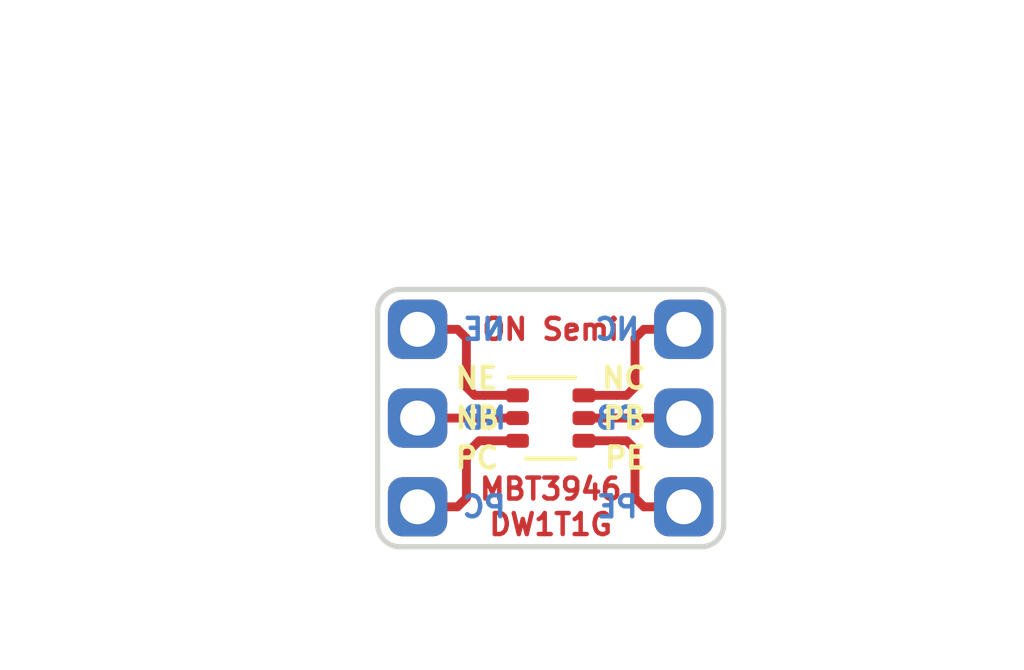
<source format=kicad_pcb>
(kicad_pcb (version 20171130) (host pcbnew "(5.0.2)-1")

  (general
    (thickness 1.6)
    (drawings 36)
    (tracks 28)
    (zones 0)
    (modules 3)
    (nets 7)
  )

  (page A4)
  (layers
    (0 F.Cu signal)
    (31 B.Cu signal)
    (32 B.Adhes user)
    (33 F.Adhes user)
    (34 B.Paste user)
    (35 F.Paste user)
    (36 B.SilkS user)
    (37 F.SilkS user)
    (38 B.Mask user)
    (39 F.Mask user)
    (40 Dwgs.User user)
    (41 Cmts.User user)
    (42 Eco1.User user)
    (43 Eco2.User user)
    (44 Edge.Cuts user)
    (45 Margin user)
    (46 B.CrtYd user)
    (47 F.CrtYd user)
    (48 B.Fab user)
    (49 F.Fab user)
  )

  (setup
    (last_trace_width 0.254)
    (user_trace_width 0.508)
    (user_trace_width 0.762)
    (user_trace_width 1.016)
    (user_trace_width 1.27)
    (user_trace_width 1.524)
    (trace_clearance 0.1524)
    (zone_clearance 0.1524)
    (zone_45_only no)
    (trace_min 0.1524)
    (segment_width 0.2)
    (edge_width 0.15)
    (via_size 0.8)
    (via_drill 0.4)
    (via_min_size 0.4)
    (via_min_drill 0.3)
    (uvia_size 0.3)
    (uvia_drill 0.1)
    (uvias_allowed no)
    (uvia_min_size 0.2)
    (uvia_min_drill 0.1)
    (pcb_text_width 0.3)
    (pcb_text_size 1.5 1.5)
    (mod_edge_width 0.15)
    (mod_text_size 1 1)
    (mod_text_width 0.15)
    (pad_size 1.7 1.7)
    (pad_drill 1)
    (pad_to_mask_clearance 0.0508)
    (aux_axis_origin 0 0)
    (visible_elements 7FFFFFFF)
    (pcbplotparams
      (layerselection 0x010fc_ffffffff)
      (usegerberextensions false)
      (usegerberattributes false)
      (usegerberadvancedattributes false)
      (creategerberjobfile false)
      (excludeedgelayer true)
      (linewidth 0.050000)
      (plotframeref false)
      (viasonmask false)
      (mode 1)
      (useauxorigin false)
      (hpglpennumber 1)
      (hpglpenspeed 20)
      (hpglpendiameter 15.000000)
      (psnegative false)
      (psa4output false)
      (plotreference true)
      (plotvalue true)
      (plotinvisibletext false)
      (padsonsilk false)
      (subtractmaskfromsilk false)
      (outputformat 1)
      (mirror false)
      (drillshape 1)
      (scaleselection 1)
      (outputdirectory ""))
  )

  (net 0 "")
  (net 1 /NE)
  (net 2 /PC)
  (net 3 /PB)
  (net 4 /NB)
  (net 5 /PE)
  (net 6 /NC)

  (net_class Default "This is the default net class."
    (clearance 0.1524)
    (trace_width 0.254)
    (via_dia 0.8)
    (via_drill 0.4)
    (uvia_dia 0.3)
    (uvia_drill 0.1)
    (add_net /NB)
    (add_net /NC)
    (add_net /NE)
    (add_net /PB)
    (add_net /PC)
    (add_net /PE)
  )

  (module SA_Transistors_BJT_SMD:ON_Semi_MBT3946DW1T1G_SOT-363_SC-70-6_SC-80 (layer F.Cu) (tedit 5C598C20) (tstamp 5C5B79C0)
    (at 128.27 93.98)
    (descr "SOT-363, SC-70-6")
    (tags "SOT-363 SC-70-6")
    (path /5C598961)
    (attr smd)
    (fp_text reference Q1 (at 0 -1.778) (layer F.SilkS) hide
      (effects (font (size 0.6 0.6) (thickness 0.127)))
    )
    (fp_text value ON_Semi_MBT3946DW1T1G (at 0 1.778 180) (layer F.Fab)
      (effects (font (size 0.3 0.3) (thickness 0.03)))
    )
    (fp_text user %R (at 0 0 90) (layer F.Fab)
      (effects (font (size 0.4 0.4) (thickness 0.05)))
    )
    (fp_line (start 0.7 -1.16) (end -1.2 -1.16) (layer F.SilkS) (width 0.12))
    (fp_line (start -0.7 1.16) (end 0.7 1.16) (layer F.SilkS) (width 0.12))
    (fp_line (start 1.6 1.4) (end 1.6 -1.4) (layer F.CrtYd) (width 0.05))
    (fp_line (start -1.6 -1.4) (end -1.6 1.4) (layer F.CrtYd) (width 0.05))
    (fp_line (start -1.6 -1.4) (end 1.6 -1.4) (layer F.CrtYd) (width 0.05))
    (fp_line (start 0.675 -1.1) (end -0.175 -1.1) (layer F.Fab) (width 0.1))
    (fp_line (start -0.675 -0.6) (end -0.675 1.1) (layer F.Fab) (width 0.1))
    (fp_line (start -1.6 1.4) (end 1.6 1.4) (layer F.CrtYd) (width 0.05))
    (fp_line (start 0.675 -1.1) (end 0.675 1.1) (layer F.Fab) (width 0.1))
    (fp_line (start 0.675 1.1) (end -0.675 1.1) (layer F.Fab) (width 0.1))
    (fp_line (start -0.175 -1.1) (end -0.675 -0.6) (layer F.Fab) (width 0.1))
    (pad 1 smd roundrect (at -0.95 -0.65) (size 0.65 0.4) (layers F.Cu F.Paste F.Mask) (roundrect_rratio 0.25)
      (net 1 /NE))
    (pad 3 smd roundrect (at -0.95 0.65) (size 0.65 0.4) (layers F.Cu F.Paste F.Mask) (roundrect_rratio 0.25)
      (net 2 /PC))
    (pad 5 smd roundrect (at 0.95 0) (size 0.65 0.4) (layers F.Cu F.Paste F.Mask) (roundrect_rratio 0.25)
      (net 3 /PB))
    (pad 2 smd roundrect (at -0.95 0) (size 0.65 0.4) (layers F.Cu F.Paste F.Mask) (roundrect_rratio 0.25)
      (net 4 /NB))
    (pad 4 smd roundrect (at 0.95 0.65) (size 0.65 0.4) (layers F.Cu F.Paste F.Mask) (roundrect_rratio 0.25)
      (net 5 /PE))
    (pad 6 smd roundrect (at 0.95 -0.65) (size 0.65 0.4) (layers F.Cu F.Paste F.Mask) (roundrect_rratio 0.25)
      (net 6 /NC))
    (model ${SA_LIB_3DSHAPES}/ON_Semi_MBT3946DW1T1G_SOT-363_SC-70-6_SC-80/ON_Semi_MBT3946DW1T1G_SOT-363_SC-70-6_SC-80.step
      (at (xyz 0 0 0))
      (scale (xyz 1 1 1))
      (rotate (xyz 0 0 0))
    )
  )

  (module SA_Connectors_Pin_Headers_THT:PinHeader_1x03_P2.54mm_Vertical_Bottom (layer F.Cu) (tedit 5C2CBE61) (tstamp 5C3611D2)
    (at 132.08 91.44)
    (descr "Through hole straight pin header, 1x03, 2.54mm pitch, single row")
    (tags "Through hole pin header THT 1x03 2.54mm single row")
    (path /5C2F689A)
    (fp_text reference J2 (at 0 -2.2) (layer F.SilkS) hide
      (effects (font (size 0.6 0.6) (thickness 0.127)))
    )
    (fp_text value PinHeader_1x03_P2.54mm_Vertical_Bottom (at 0 7.09) (layer F.Fab) hide
      (effects (font (size 0.3 0.3) (thickness 0.03)))
    )
    (fp_text user %R (at 0 2.54 90) (layer F.Fab)
      (effects (font (size 0.4 0.4) (thickness 0.05)))
    )
    (fp_line (start 1.8 -1.8) (end -1.8 -1.8) (layer F.CrtYd) (width 0.05))
    (fp_line (start 1.8 6.85) (end 1.8 -1.8) (layer F.CrtYd) (width 0.05))
    (fp_line (start -1.8 6.85) (end 1.8 6.85) (layer F.CrtYd) (width 0.05))
    (fp_line (start -1.8 -1.8) (end -1.8 6.85) (layer F.CrtYd) (width 0.05))
    (fp_line (start -1.27 -0.635) (end -0.635 -1.27) (layer B.Fab) (width 0.1))
    (fp_line (start -1.27 6.35) (end -1.27 -0.635) (layer B.Fab) (width 0.1))
    (fp_line (start 1.27 6.35) (end -1.27 6.35) (layer B.Fab) (width 0.1))
    (fp_line (start 1.27 -1.27) (end 1.27 6.35) (layer B.Fab) (width 0.1))
    (fp_line (start -0.635 -1.27) (end 1.27 -1.27) (layer B.Fab) (width 0.1))
    (pad 3 thru_hole roundrect (at 0 5.08) (size 1.7 1.7) (drill 1) (layers *.Cu *.Mask) (roundrect_rratio 0.25)
      (net 5 /PE))
    (pad 2 thru_hole roundrect (at 0 2.54) (size 1.7 1.7) (drill 1) (layers *.Cu *.Mask) (roundrect_rratio 0.25)
      (net 3 /PB) (zone_connect 2))
    (pad 1 thru_hole roundrect (at 0 0) (size 1.7 1.7) (drill 1) (layers *.Cu *.Mask) (roundrect_rratio 0.25)
      (net 6 /NC) (zone_connect 2))
    (model ${SA_LIB_3DSHAPES}/Packages/PinHeader_1x03_P254mm_Vertical_Bottom.step
      (at (xyz 0 0 0))
      (scale (xyz 1 1 1))
      (rotate (xyz 0 0 0))
    )
  )

  (module SA_Connectors_Pin_Headers_THT:PinHeader_1x03_P2.54mm_Vertical_Bottom (layer F.Cu) (tedit 5C2CBE65) (tstamp 5C3611C1)
    (at 124.46 91.44)
    (descr "Through hole straight pin header, 1x03, 2.54mm pitch, single row")
    (tags "Through hole pin header THT 1x03 2.54mm single row")
    (path /5C2F686B)
    (fp_text reference J1 (at 0 -2.2) (layer F.SilkS) hide
      (effects (font (size 0.6 0.6) (thickness 0.127)))
    )
    (fp_text value PinHeader_1x03_P2.54mm_Vertical_Bottom (at 0 7.09) (layer F.Fab) hide
      (effects (font (size 0.3 0.3) (thickness 0.03)))
    )
    (fp_line (start -0.635 -1.27) (end 1.27 -1.27) (layer B.Fab) (width 0.1))
    (fp_line (start 1.27 -1.27) (end 1.27 6.35) (layer B.Fab) (width 0.1))
    (fp_line (start 1.27 6.35) (end -1.27 6.35) (layer B.Fab) (width 0.1))
    (fp_line (start -1.27 6.35) (end -1.27 -0.635) (layer B.Fab) (width 0.1))
    (fp_line (start -1.27 -0.635) (end -0.635 -1.27) (layer B.Fab) (width 0.1))
    (fp_line (start -1.8 -1.8) (end -1.8 6.85) (layer F.CrtYd) (width 0.05))
    (fp_line (start -1.8 6.85) (end 1.8 6.85) (layer F.CrtYd) (width 0.05))
    (fp_line (start 1.8 6.85) (end 1.8 -1.8) (layer F.CrtYd) (width 0.05))
    (fp_line (start 1.8 -1.8) (end -1.8 -1.8) (layer F.CrtYd) (width 0.05))
    (fp_text user %R (at 0 2.54 90) (layer F.Fab)
      (effects (font (size 0.4 0.4) (thickness 0.05)))
    )
    (pad 1 thru_hole roundrect (at 0 0) (size 1.7 1.7) (drill 1) (layers *.Cu *.Mask) (roundrect_rratio 0.25)
      (net 1 /NE) (zone_connect 2))
    (pad 2 thru_hole roundrect (at 0 2.54) (size 1.7 1.7) (drill 1) (layers *.Cu *.Mask) (roundrect_rratio 0.25)
      (net 4 /NB) (zone_connect 2))
    (pad 3 thru_hole roundrect (at 0 5.08) (size 1.7 1.7) (drill 1) (layers *.Cu *.Mask) (roundrect_rratio 0.25)
      (net 2 /PC))
    (model ${SA_LIB_3DSHAPES}/Packages/PinHeader_1x03_P254mm_Vertical_Bottom.step
      (at (xyz 0 0 0))
      (scale (xyz 1 1 1))
      (rotate (xyz 0 0 0))
    )
  )

  (gr_text PC (at 125.476 95.123) (layer F.SilkS) (tstamp 5C5B810E)
    (effects (font (size 0.6 0.6) (thickness 0.127)) (justify left))
  )
  (gr_text PE (at 131.064 95.123) (layer F.SilkS) (tstamp 5C5B810C)
    (effects (font (size 0.6 0.6) (thickness 0.127)) (justify right))
  )
  (gr_text PB (at 131.064 93.98) (layer F.SilkS) (tstamp 5C5B810A)
    (effects (font (size 0.6 0.6) (thickness 0.127)) (justify right))
  )
  (gr_text NC (at 131.064 92.837) (layer F.SilkS) (tstamp 5C5B8108)
    (effects (font (size 0.6 0.6) (thickness 0.127)) (justify right))
  )
  (gr_text NE (at 125.476 92.837) (layer F.SilkS) (tstamp 5C5B8106)
    (effects (font (size 0.6 0.6) (thickness 0.127)) (justify left))
  )
  (gr_text NB (at 125.476 93.98) (layer F.SilkS) (tstamp 5C5B80CE)
    (effects (font (size 0.6 0.6) (thickness 0.127)) (justify left))
  )
  (gr_text PE (at 130.175 96.52) (layer B.Cu) (tstamp 5C5B8090)
    (effects (font (size 0.6 0.6) (thickness 0.127)) (justify mirror))
  )
  (gr_text PB (at 130.175 93.98) (layer B.Cu) (tstamp 5C5B808B)
    (effects (font (size 0.6 0.6) (thickness 0.127)) (justify mirror))
  )
  (gr_text PE (at 130.175 96.52) (layer B.Mask) (tstamp 5C5B7F36)
    (effects (font (size 0.6 0.6) (thickness 0.127)) (justify mirror))
  )
  (gr_text PB (at 130.175 93.98) (layer B.Mask) (tstamp 5C5B7EEC)
    (effects (font (size 0.6 0.6) (thickness 0.127)) (justify mirror))
  )
  (gr_text NC (at 130.175 91.44) (layer B.Cu) (tstamp 5C5B7EC3)
    (effects (font (size 0.6 0.6) (thickness 0.127)) (justify mirror))
  )
  (gr_text NC (at 130.175 91.44) (layer B.Mask) (tstamp 5C5B7E8B)
    (effects (font (size 0.6 0.6) (thickness 0.127)) (justify mirror))
  )
  (gr_text PC (at 126.365 96.52) (layer B.Cu) (tstamp 5C5B7E09)
    (effects (font (size 0.6 0.6) (thickness 0.127)) (justify mirror))
  )
  (gr_text NB (at 126.365 93.98) (layer B.Cu) (tstamp 5C5B7DE1)
    (effects (font (size 0.6 0.6) (thickness 0.127)) (justify mirror))
  )
  (gr_text NB (at 126.365 93.98) (layer B.Mask) (tstamp 5C5B7D70)
    (effects (font (size 0.6 0.6) (thickness 0.127)) (justify mirror))
  )
  (gr_text PC (at 126.365 96.52) (layer B.Mask) (tstamp 5C5B7CB5)
    (effects (font (size 0.6 0.6) (thickness 0.127)) (justify mirror))
  )
  (gr_text NE (at 126.365 91.44) (layer B.Mask) (tstamp 5C5B7CB2)
    (effects (font (size 0.6 0.6) (thickness 0.127)) (justify mirror))
  )
  (gr_text NE (at 126.365 91.44) (layer B.Cu) (tstamp 5C5B7C66)
    (effects (font (size 0.6 0.6) (thickness 0.127)) (justify mirror))
  )
  (dimension 2.54 (width 0.3) (layer F.Fab)
    (gr_text "2.540 mm" (at 118.042 95.25 90) (layer F.Fab)
      (effects (font (size 1.5 1.5) (thickness 0.3)))
    )
    (feature1 (pts (xy 124.46 93.98) (xy 119.555579 93.98)))
    (feature2 (pts (xy 124.46 96.52) (xy 119.555579 96.52)))
    (crossbar (pts (xy 120.142 96.52) (xy 120.142 93.98)))
    (arrow1a (pts (xy 120.142 93.98) (xy 120.728421 95.106504)))
    (arrow1b (pts (xy 120.142 93.98) (xy 119.555579 95.106504)))
    (arrow2a (pts (xy 120.142 96.52) (xy 120.728421 95.393496)))
    (arrow2b (pts (xy 120.142 96.52) (xy 119.555579 95.393496)))
  )
  (dimension 7.62 (width 0.3) (layer F.Fab)
    (gr_text "7.620 mm" (at 128.27 102.557) (layer F.Fab)
      (effects (font (size 1.5 1.5) (thickness 0.3)))
    )
    (feature1 (pts (xy 132.08 96.52) (xy 132.08 101.043421)))
    (feature2 (pts (xy 124.46 96.52) (xy 124.46 101.043421)))
    (crossbar (pts (xy 124.46 100.457) (xy 132.08 100.457)))
    (arrow1a (pts (xy 132.08 100.457) (xy 130.953496 101.043421)))
    (arrow1b (pts (xy 132.08 100.457) (xy 130.953496 99.870579)))
    (arrow2a (pts (xy 124.46 100.457) (xy 125.586504 101.043421)))
    (arrow2b (pts (xy 124.46 100.457) (xy 125.586504 99.870579)))
  )
  (dimension 7.366 (width 0.3) (layer F.Fab)
    (gr_text "7.366 mm" (at 139.895 93.98 270) (layer F.Fab)
      (effects (font (size 1.5 1.5) (thickness 0.3)))
    )
    (feature1 (pts (xy 132.08 97.663) (xy 138.381421 97.663)))
    (feature2 (pts (xy 132.08 90.297) (xy 138.381421 90.297)))
    (crossbar (pts (xy 137.795 90.297) (xy 137.795 97.663)))
    (arrow1a (pts (xy 137.795 97.663) (xy 137.208579 96.536496)))
    (arrow1b (pts (xy 137.795 97.663) (xy 138.381421 96.536496)))
    (arrow2a (pts (xy 137.795 90.297) (xy 137.208579 91.423504)))
    (arrow2b (pts (xy 137.795 90.297) (xy 138.381421 91.423504)))
  )
  (dimension 9.906 (width 0.3) (layer F.Fab)
    (gr_text "9.906 mm" (at 128.27 83.117) (layer F.Fab)
      (effects (font (size 1.5 1.5) (thickness 0.3)))
    )
    (feature1 (pts (xy 133.223 91.44) (xy 133.223 84.630579)))
    (feature2 (pts (xy 123.317 91.44) (xy 123.317 84.630579)))
    (crossbar (pts (xy 123.317 85.217) (xy 133.223 85.217)))
    (arrow1a (pts (xy 133.223 85.217) (xy 132.096496 85.803421)))
    (arrow1b (pts (xy 133.223 85.217) (xy 132.096496 84.630579)))
    (arrow2a (pts (xy 123.317 85.217) (xy 124.443504 85.803421)))
    (arrow2b (pts (xy 123.317 85.217) (xy 124.443504 84.630579)))
  )
  (gr_text MBT3946 (at 128.27 96.012) (layer F.Mask) (tstamp 5C2F82AC)
    (effects (font (size 0.6 0.6) (thickness 0.127)))
  )
  (gr_text MBT3946 (at 128.27 96.012) (layer F.Cu) (tstamp 5C2F82A4)
    (effects (font (size 0.6 0.6) (thickness 0.127)))
  )
  (gr_line (start 123.317 90.932) (end 123.317 97.028) (layer Edge.Cuts) (width 0.15))
  (gr_line (start 132.588 90.297) (end 123.952 90.297) (layer Edge.Cuts) (width 0.15))
  (gr_line (start 133.223 97.028) (end 133.223 90.932) (layer Edge.Cuts) (width 0.15))
  (gr_line (start 123.952 97.663) (end 132.588 97.663) (layer Edge.Cuts) (width 0.15))
  (gr_arc (start 132.588 90.932) (end 133.223 90.932) (angle -90) (layer Edge.Cuts) (width 0.15) (tstamp 5C3655E3))
  (gr_arc (start 132.588 97.028) (end 132.588 97.663) (angle -90) (layer Edge.Cuts) (width 0.15) (tstamp 5C3655E0))
  (gr_arc (start 123.952 97.028) (end 123.317 97.028) (angle -90) (layer Edge.Cuts) (width 0.15) (tstamp 5C3655DC))
  (gr_arc (start 123.952 90.932) (end 123.952 90.297) (angle -90) (layer Edge.Cuts) (width 0.15))
  (gr_text "ON Semi" (at 128.27 91.44) (layer F.Mask) (tstamp 5C361F68)
    (effects (font (size 0.6 0.6) (thickness 0.127)))
  )
  (gr_text DW1T1G (at 128.27 97.028) (layer F.Mask) (tstamp 5C361F5D)
    (effects (font (size 0.6 0.6) (thickness 0.127)))
  )
  (gr_text DW1T1G (at 128.27 97.028) (layer F.Cu) (tstamp 5C361F58)
    (effects (font (size 0.6 0.6) (thickness 0.127)))
  )
  (gr_text "ON Semi" (at 128.27 91.44) (layer F.Cu)
    (effects (font (size 0.6 0.6) (thickness 0.127)))
  )

  (segment (start 126.38 93.33) (end 127.22 93.33) (width 0.254) (layer F.Cu) (net 1))
  (segment (start 126.096 93.33) (end 126.38 93.33) (width 0.254) (layer F.Cu) (net 1))
  (segment (start 125.857 93.091) (end 126.096 93.33) (width 0.254) (layer F.Cu) (net 1))
  (segment (start 125.857 91.694) (end 125.857 93.091) (width 0.254) (layer F.Cu) (net 1))
  (segment (start 124.46 91.44) (end 125.603 91.44) (width 0.254) (layer F.Cu) (net 1))
  (segment (start 125.603 91.44) (end 125.857 91.694) (width 0.254) (layer F.Cu) (net 1))
  (segment (start 126.38 94.63) (end 127.22 94.63) (width 0.254) (layer F.Cu) (net 2))
  (segment (start 126.223 94.63) (end 126.38 94.63) (width 0.254) (layer F.Cu) (net 2))
  (segment (start 125.857 94.996) (end 126.223 94.63) (width 0.254) (layer F.Cu) (net 2))
  (segment (start 125.857 96.266) (end 125.857 94.996) (width 0.254) (layer F.Cu) (net 2))
  (segment (start 124.46 96.52) (end 125.603 96.52) (width 0.254) (layer F.Cu) (net 2))
  (segment (start 125.603 96.52) (end 125.857 96.266) (width 0.254) (layer F.Cu) (net 2))
  (segment (start 129.32 93.98) (end 130.175 93.98) (width 0.254) (layer F.Cu) (net 3))
  (segment (start 130.175 93.98) (end 132.08 93.98) (width 0.254) (layer F.Cu) (net 3))
  (segment (start 127.22 93.98) (end 126.365 93.98) (width 0.254) (layer F.Cu) (net 4))
  (segment (start 126.365 93.98) (end 124.46 93.98) (width 0.254) (layer F.Cu) (net 4))
  (segment (start 130.16 94.63) (end 129.32 94.63) (width 0.254) (layer F.Cu) (net 5))
  (segment (start 130.444 94.63) (end 130.16 94.63) (width 0.254) (layer F.Cu) (net 5))
  (segment (start 130.683 94.869) (end 130.444 94.63) (width 0.254) (layer F.Cu) (net 5))
  (segment (start 130.683 96.266) (end 130.683 94.869) (width 0.254) (layer F.Cu) (net 5))
  (segment (start 132.08 96.52) (end 130.937 96.52) (width 0.254) (layer F.Cu) (net 5))
  (segment (start 130.937 96.52) (end 130.683 96.266) (width 0.254) (layer F.Cu) (net 5))
  (segment (start 130.16 93.33) (end 129.32 93.33) (width 0.254) (layer F.Cu) (net 6))
  (segment (start 130.444 93.33) (end 130.16 93.33) (width 0.254) (layer F.Cu) (net 6))
  (segment (start 130.683 93.091) (end 130.444 93.33) (width 0.254) (layer F.Cu) (net 6))
  (segment (start 130.683 91.694) (end 130.683 93.091) (width 0.254) (layer F.Cu) (net 6))
  (segment (start 132.08 91.44) (end 130.937 91.44) (width 0.254) (layer F.Cu) (net 6))
  (segment (start 130.937 91.44) (end 130.683 91.694) (width 0.254) (layer F.Cu) (net 6))

)

</source>
